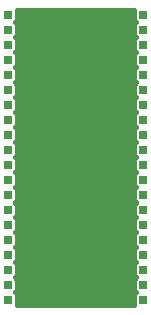
<source format=gbl>
G75*
%MOIN*%
%OFA0B0*%
%FSLAX24Y24*%
%IPPOS*%
%LPD*%
%AMOC8*
5,1,8,0,0,1.08239X$1,22.5*
%
%ADD10R,0.0290X0.0290*%
%ADD11C,0.0160*%
D10*
X000505Y000580D03*
X000505Y001080D03*
X000505Y001580D03*
X000505Y002080D03*
X000505Y002580D03*
X000505Y003080D03*
X000505Y003580D03*
X000505Y004080D03*
X000505Y004580D03*
X000505Y005080D03*
X000505Y005580D03*
X000505Y006080D03*
X000505Y006580D03*
X000505Y007080D03*
X000505Y007580D03*
X000505Y008080D03*
X000505Y008580D03*
X000505Y009080D03*
X000505Y009580D03*
X000505Y010080D03*
X005005Y010080D03*
X005005Y009580D03*
X005005Y009080D03*
X005005Y008580D03*
X005005Y008080D03*
X005005Y007580D03*
X005005Y007080D03*
X005005Y006580D03*
X005005Y006080D03*
X005005Y005580D03*
X005005Y005080D03*
X005005Y004580D03*
X005005Y004080D03*
X005005Y003580D03*
X005005Y003080D03*
X005005Y002580D03*
X005005Y002080D03*
X005005Y001580D03*
X005005Y001080D03*
X005005Y000580D03*
D11*
X004767Y000830D02*
X004720Y000783D01*
X004720Y000410D01*
X000790Y000410D01*
X000790Y000783D01*
X000743Y000830D01*
X000790Y000877D01*
X000790Y001283D01*
X000743Y001330D01*
X000790Y001377D01*
X000790Y001783D01*
X000743Y001830D01*
X000790Y001877D01*
X000790Y002283D01*
X000743Y002330D01*
X000790Y002377D01*
X000790Y002783D01*
X000743Y002830D01*
X000790Y002877D01*
X000790Y003283D01*
X000743Y003330D01*
X000790Y003377D01*
X000790Y003783D01*
X000743Y003830D01*
X000790Y003877D01*
X000790Y004283D01*
X000743Y004330D01*
X000790Y004377D01*
X000790Y004783D01*
X000743Y004830D01*
X000790Y004877D01*
X000790Y005283D01*
X000743Y005330D01*
X000790Y005377D01*
X000790Y005783D01*
X000743Y005830D01*
X000790Y005877D01*
X000790Y006283D01*
X000743Y006330D01*
X000790Y006377D01*
X000790Y006783D01*
X000743Y006830D01*
X000790Y006877D01*
X000790Y007283D01*
X000743Y007330D01*
X000790Y007377D01*
X000790Y007783D01*
X000743Y007830D01*
X000790Y007877D01*
X000790Y008283D01*
X000743Y008330D01*
X000790Y008377D01*
X000790Y008783D01*
X000743Y008830D01*
X000790Y008877D01*
X000790Y009283D01*
X000743Y009330D01*
X000790Y009377D01*
X000790Y009783D01*
X000743Y009830D01*
X000790Y009877D01*
X000790Y010250D01*
X004720Y010250D01*
X004720Y009877D01*
X004767Y009830D01*
X004720Y009783D01*
X004720Y009377D01*
X004767Y009330D01*
X004720Y009283D01*
X004720Y008877D01*
X004767Y008830D01*
X004720Y008783D01*
X004720Y008377D01*
X004767Y008330D01*
X004720Y008283D01*
X004720Y007877D01*
X004767Y007830D01*
X004720Y007783D01*
X004720Y007377D01*
X004767Y007330D01*
X004720Y007283D01*
X004720Y006877D01*
X004767Y006830D01*
X004720Y006783D01*
X004720Y006377D01*
X004767Y006330D01*
X004720Y006283D01*
X004720Y005877D01*
X004767Y005830D01*
X004720Y005783D01*
X004720Y005377D01*
X004767Y005330D01*
X004720Y005283D01*
X004720Y004877D01*
X004767Y004830D01*
X004720Y004783D01*
X004720Y004377D01*
X004767Y004330D01*
X004720Y004283D01*
X004720Y003877D01*
X004767Y003830D01*
X004720Y003783D01*
X004720Y003377D01*
X004767Y003330D01*
X004720Y003283D01*
X004720Y002877D01*
X004767Y002830D01*
X004720Y002783D01*
X004720Y002377D01*
X004767Y002330D01*
X004720Y002283D01*
X004720Y001877D01*
X004767Y001830D01*
X004720Y001783D01*
X004720Y001377D01*
X004767Y001330D01*
X004720Y001283D01*
X004720Y000877D01*
X004767Y000830D01*
X004751Y000814D02*
X000759Y000814D01*
X000790Y000656D02*
X004720Y000656D01*
X004720Y000497D02*
X000790Y000497D01*
X000790Y000973D02*
X004720Y000973D01*
X004720Y001131D02*
X000790Y001131D01*
X000783Y001290D02*
X004727Y001290D01*
X004720Y001448D02*
X000790Y001448D01*
X000790Y001607D02*
X004720Y001607D01*
X004720Y001765D02*
X000790Y001765D01*
X000790Y001924D02*
X004720Y001924D01*
X004720Y002082D02*
X000790Y002082D01*
X000790Y002241D02*
X004720Y002241D01*
X004720Y002399D02*
X000790Y002399D01*
X000790Y002558D02*
X004720Y002558D01*
X004720Y002716D02*
X000790Y002716D01*
X000787Y002875D02*
X004723Y002875D01*
X004720Y003033D02*
X000790Y003033D01*
X000790Y003192D02*
X004720Y003192D01*
X004747Y003350D02*
X000763Y003350D01*
X000790Y003509D02*
X004720Y003509D01*
X004720Y003667D02*
X000790Y003667D01*
X000747Y003826D02*
X004763Y003826D01*
X004720Y003984D02*
X000790Y003984D01*
X000790Y004143D02*
X004720Y004143D01*
X004738Y004301D02*
X000772Y004301D01*
X000790Y004460D02*
X004720Y004460D01*
X004720Y004618D02*
X000790Y004618D01*
X000790Y004777D02*
X004720Y004777D01*
X004720Y004935D02*
X000790Y004935D01*
X000790Y005094D02*
X004720Y005094D01*
X004720Y005252D02*
X000790Y005252D01*
X000790Y005411D02*
X004720Y005411D01*
X004720Y005569D02*
X000790Y005569D01*
X000790Y005728D02*
X004720Y005728D01*
X004720Y005886D02*
X000790Y005886D01*
X000790Y006045D02*
X004720Y006045D01*
X004720Y006203D02*
X000790Y006203D01*
X000774Y006362D02*
X004735Y006362D01*
X004720Y006520D02*
X000790Y006520D01*
X000790Y006679D02*
X004720Y006679D01*
X004760Y006837D02*
X000750Y006837D01*
X000790Y006996D02*
X004720Y006996D01*
X004720Y007154D02*
X000790Y007154D01*
X000760Y007313D02*
X004750Y007313D01*
X004720Y007471D02*
X000790Y007471D01*
X000790Y007630D02*
X004720Y007630D01*
X004725Y007788D02*
X000785Y007788D01*
X000790Y007947D02*
X004720Y007947D01*
X004720Y008105D02*
X000790Y008105D01*
X000790Y008264D02*
X004720Y008264D01*
X004720Y008422D02*
X000790Y008422D01*
X000790Y008581D02*
X004720Y008581D01*
X004720Y008739D02*
X000790Y008739D01*
X000790Y008898D02*
X004720Y008898D01*
X004720Y009056D02*
X000790Y009056D01*
X000790Y009215D02*
X004720Y009215D01*
X004724Y009373D02*
X000786Y009373D01*
X000790Y009532D02*
X004720Y009532D01*
X004720Y009690D02*
X000790Y009690D01*
X000762Y009849D02*
X004748Y009849D01*
X004720Y010007D02*
X000790Y010007D01*
X000790Y010166D02*
X004720Y010166D01*
M02*

</source>
